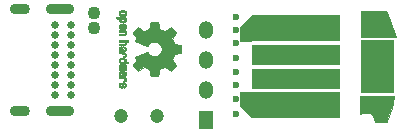
<source format=gts>
G04 #@! TF.GenerationSoftware,KiCad,Pcbnew,(5.1.6)-1*
G04 #@! TF.CreationDate,2020-12-05T12:50:13+08:00*
G04 #@! TF.ProjectId,qomu-board,716f6d75-2d62-46f6-9172-642e6b696361,rev?*
G04 #@! TF.SameCoordinates,Original*
G04 #@! TF.FileFunction,Soldermask,Top*
G04 #@! TF.FilePolarity,Negative*
%FSLAX46Y46*%
G04 Gerber Fmt 4.6, Leading zero omitted, Abs format (unit mm)*
G04 Created by KiCad (PCBNEW (5.1.6)-1) date 2020-12-05 12:50:13*
%MOMM*%
%LPD*%
G01*
G04 APERTURE LIST*
%ADD10C,0.100000*%
%ADD11C,0.010000*%
%ADD12R,1.250000X1.500000*%
%ADD13O,1.250000X1.500000*%
%ADD14O,1.700000X0.900000*%
%ADD15O,2.400000X0.900000*%
%ADD16C,0.650000*%
%ADD17C,0.600000*%
%ADD18C,1.100000*%
%ADD19C,1.200000*%
%ADD20R,7.500002X2.250002*%
%ADD21R,7.500002X1.750002*%
%ADD22R,1.000002X1.000002*%
G04 APERTURE END LIST*
D10*
G36*
X45298000Y-18186000D02*
G01*
X46000000Y-20336000D01*
X43048000Y-20336000D01*
X43048000Y-18136000D01*
X45198000Y-18136000D01*
X45298000Y-18186000D01*
G37*
X45298000Y-18186000D02*
X46000000Y-20336000D01*
X43048000Y-20336000D01*
X43048000Y-18136000D01*
X45198000Y-18136000D01*
X45298000Y-18186000D01*
G36*
X45648000Y-26386000D02*
G01*
X45298000Y-27486000D01*
X45248000Y-27536000D01*
X44248000Y-27536000D01*
X44198000Y-27186000D01*
X43998000Y-26936000D01*
X43798000Y-26786000D01*
X43648000Y-26736000D01*
X43448000Y-26736000D01*
X43148000Y-26786000D01*
X42948000Y-26886000D01*
X42948000Y-25336000D01*
X45850000Y-25336000D01*
X45648000Y-26386000D01*
G37*
X45648000Y-26386000D02*
X45298000Y-27486000D01*
X45248000Y-27536000D01*
X44248000Y-27536000D01*
X44198000Y-27186000D01*
X43998000Y-26936000D01*
X43798000Y-26786000D01*
X43648000Y-26736000D01*
X43448000Y-26736000D01*
X43148000Y-26786000D01*
X42948000Y-26886000D01*
X42948000Y-25336000D01*
X45850000Y-25336000D01*
X45648000Y-26386000D01*
G36*
X45798000Y-21536000D02*
G01*
X45798000Y-24136000D01*
X45750000Y-25040000D01*
X44255500Y-25036000D01*
X43048000Y-25036000D01*
X43055500Y-20586000D01*
X45800000Y-20586000D01*
X45798000Y-21536000D01*
G37*
X45798000Y-21536000D02*
X45798000Y-24136000D01*
X45750000Y-25040000D01*
X44255500Y-25036000D01*
X43048000Y-25036000D01*
X43055500Y-20586000D01*
X45800000Y-20586000D01*
X45798000Y-21536000D01*
D11*
G36*
X23034642Y-22550117D02*
G01*
X22926163Y-22549933D01*
X22842713Y-22549219D01*
X22780296Y-22547675D01*
X22734915Y-22545001D01*
X22702571Y-22540894D01*
X22679267Y-22535055D01*
X22661005Y-22527182D01*
X22650582Y-22521221D01*
X22594055Y-22471855D01*
X22558623Y-22409264D01*
X22545910Y-22340013D01*
X22557537Y-22270668D01*
X22578432Y-22229375D01*
X22614578Y-22186025D01*
X22658724Y-22156481D01*
X22716538Y-22138655D01*
X22793687Y-22130463D01*
X22850286Y-22129302D01*
X22854353Y-22129458D01*
X22854353Y-22230857D01*
X22789450Y-22231476D01*
X22746486Y-22234314D01*
X22718378Y-22240840D01*
X22698047Y-22252523D01*
X22682712Y-22266483D01*
X22653110Y-22313365D01*
X22650581Y-22363701D01*
X22675295Y-22411276D01*
X22678644Y-22414979D01*
X22696065Y-22430783D01*
X22716791Y-22440693D01*
X22747638Y-22446058D01*
X22795423Y-22448228D01*
X22848252Y-22448571D01*
X22914619Y-22447827D01*
X22958894Y-22444748D01*
X22987991Y-22438061D01*
X23008827Y-22426496D01*
X23019893Y-22417013D01*
X23047802Y-22372960D01*
X23051157Y-22322224D01*
X23029841Y-22273796D01*
X23021927Y-22264450D01*
X23004353Y-22248540D01*
X22983413Y-22238610D01*
X22952218Y-22233278D01*
X22903878Y-22231163D01*
X22854353Y-22230857D01*
X22854353Y-22129458D01*
X22941432Y-22132810D01*
X23009914Y-22144726D01*
X23061400Y-22167135D01*
X23101557Y-22202124D01*
X23122139Y-22229375D01*
X23144375Y-22278907D01*
X23154696Y-22336316D01*
X23151933Y-22389682D01*
X23140788Y-22419543D01*
X23137617Y-22431261D01*
X23149443Y-22439037D01*
X23181134Y-22444465D01*
X23229407Y-22448571D01*
X23283171Y-22453067D01*
X23315518Y-22459313D01*
X23334015Y-22470676D01*
X23346230Y-22490528D01*
X23351638Y-22503000D01*
X23371399Y-22550171D01*
X23034642Y-22550117D01*
G37*
X23034642Y-22550117D02*
X22926163Y-22549933D01*
X22842713Y-22549219D01*
X22780296Y-22547675D01*
X22734915Y-22545001D01*
X22702571Y-22540894D01*
X22679267Y-22535055D01*
X22661005Y-22527182D01*
X22650582Y-22521221D01*
X22594055Y-22471855D01*
X22558623Y-22409264D01*
X22545910Y-22340013D01*
X22557537Y-22270668D01*
X22578432Y-22229375D01*
X22614578Y-22186025D01*
X22658724Y-22156481D01*
X22716538Y-22138655D01*
X22793687Y-22130463D01*
X22850286Y-22129302D01*
X22854353Y-22129458D01*
X22854353Y-22230857D01*
X22789450Y-22231476D01*
X22746486Y-22234314D01*
X22718378Y-22240840D01*
X22698047Y-22252523D01*
X22682712Y-22266483D01*
X22653110Y-22313365D01*
X22650581Y-22363701D01*
X22675295Y-22411276D01*
X22678644Y-22414979D01*
X22696065Y-22430783D01*
X22716791Y-22440693D01*
X22747638Y-22446058D01*
X22795423Y-22448228D01*
X22848252Y-22448571D01*
X22914619Y-22447827D01*
X22958894Y-22444748D01*
X22987991Y-22438061D01*
X23008827Y-22426496D01*
X23019893Y-22417013D01*
X23047802Y-22372960D01*
X23051157Y-22322224D01*
X23029841Y-22273796D01*
X23021927Y-22264450D01*
X23004353Y-22248540D01*
X22983413Y-22238610D01*
X22952218Y-22233278D01*
X22903878Y-22231163D01*
X22854353Y-22230857D01*
X22854353Y-22129458D01*
X22941432Y-22132810D01*
X23009914Y-22144726D01*
X23061400Y-22167135D01*
X23101557Y-22202124D01*
X23122139Y-22229375D01*
X23144375Y-22278907D01*
X23154696Y-22336316D01*
X23151933Y-22389682D01*
X23140788Y-22419543D01*
X23137617Y-22431261D01*
X23149443Y-22439037D01*
X23181134Y-22444465D01*
X23229407Y-22448571D01*
X23283171Y-22453067D01*
X23315518Y-22459313D01*
X23334015Y-22470676D01*
X23346230Y-22490528D01*
X23351638Y-22503000D01*
X23371399Y-22550171D01*
X23034642Y-22550117D01*
G36*
X23172220Y-20076093D02*
G01*
X23145277Y-20122672D01*
X23118534Y-20155057D01*
X23090516Y-20178742D01*
X23056252Y-20195059D01*
X23010773Y-20205339D01*
X22949108Y-20210914D01*
X22866289Y-20213116D01*
X22806754Y-20213371D01*
X22587609Y-20213371D01*
X22559956Y-20151686D01*
X22532303Y-20090000D01*
X22772330Y-20082743D01*
X22861972Y-20079744D01*
X22927038Y-20076598D01*
X22971974Y-20072701D01*
X23001230Y-20067447D01*
X23019252Y-20060231D01*
X23030489Y-20050450D01*
X23032921Y-20047312D01*
X23051917Y-19999761D01*
X23044400Y-19951697D01*
X23024457Y-19923086D01*
X23010325Y-19911447D01*
X22991780Y-19903391D01*
X22963666Y-19898271D01*
X22920827Y-19895441D01*
X22858105Y-19894256D01*
X22792739Y-19894057D01*
X22710732Y-19894018D01*
X22652684Y-19892614D01*
X22613535Y-19887914D01*
X22588220Y-19877987D01*
X22571677Y-19860903D01*
X22558844Y-19834732D01*
X22545509Y-19799775D01*
X22530993Y-19761596D01*
X22788611Y-19766141D01*
X22881481Y-19767971D01*
X22950111Y-19770112D01*
X22999289Y-19773181D01*
X23033802Y-19777794D01*
X23058438Y-19784568D01*
X23077984Y-19794119D01*
X23095230Y-19805634D01*
X23150320Y-19861190D01*
X23182178Y-19928980D01*
X23189809Y-20002713D01*
X23172220Y-20076093D01*
G37*
X23172220Y-20076093D02*
X23145277Y-20122672D01*
X23118534Y-20155057D01*
X23090516Y-20178742D01*
X23056252Y-20195059D01*
X23010773Y-20205339D01*
X22949108Y-20210914D01*
X22866289Y-20213116D01*
X22806754Y-20213371D01*
X22587609Y-20213371D01*
X22559956Y-20151686D01*
X22532303Y-20090000D01*
X22772330Y-20082743D01*
X22861972Y-20079744D01*
X22927038Y-20076598D01*
X22971974Y-20072701D01*
X23001230Y-20067447D01*
X23019252Y-20060231D01*
X23030489Y-20050450D01*
X23032921Y-20047312D01*
X23051917Y-19999761D01*
X23044400Y-19951697D01*
X23024457Y-19923086D01*
X23010325Y-19911447D01*
X22991780Y-19903391D01*
X22963666Y-19898271D01*
X22920827Y-19895441D01*
X22858105Y-19894256D01*
X22792739Y-19894057D01*
X22710732Y-19894018D01*
X22652684Y-19892614D01*
X22613535Y-19887914D01*
X22588220Y-19877987D01*
X22571677Y-19860903D01*
X22558844Y-19834732D01*
X22545509Y-19799775D01*
X22530993Y-19761596D01*
X22788611Y-19766141D01*
X22881481Y-19767971D01*
X22950111Y-19770112D01*
X22999289Y-19773181D01*
X23033802Y-19777794D01*
X23058438Y-19784568D01*
X23077984Y-19794119D01*
X23095230Y-19805634D01*
X23150320Y-19861190D01*
X23182178Y-19928980D01*
X23189809Y-20002713D01*
X23172220Y-20076093D01*
G36*
X27857652Y-21463910D02*
G01*
X27857222Y-21542454D01*
X27856058Y-21599298D01*
X27853793Y-21638105D01*
X27850060Y-21662538D01*
X27844494Y-21676262D01*
X27836727Y-21682940D01*
X27826395Y-21686236D01*
X27825057Y-21686556D01*
X27800921Y-21691562D01*
X27753299Y-21700829D01*
X27687259Y-21713392D01*
X27607872Y-21728287D01*
X27520204Y-21744551D01*
X27517125Y-21745119D01*
X27431211Y-21761410D01*
X27355304Y-21776652D01*
X27293955Y-21789861D01*
X27251718Y-21800054D01*
X27233145Y-21806248D01*
X27232816Y-21806543D01*
X27223747Y-21824788D01*
X27208633Y-21862405D01*
X27190738Y-21911271D01*
X27190642Y-21911543D01*
X27167507Y-21973093D01*
X27138035Y-22045657D01*
X27108403Y-22114057D01*
X27106938Y-22117294D01*
X27056374Y-22228702D01*
X27224840Y-22475399D01*
X27276197Y-22551077D01*
X27322111Y-22619631D01*
X27359970Y-22677088D01*
X27387163Y-22719476D01*
X27401079Y-22742825D01*
X27402111Y-22745042D01*
X27397516Y-22762010D01*
X27375345Y-22793701D01*
X27334553Y-22841352D01*
X27274095Y-22906198D01*
X27209773Y-22972397D01*
X27146388Y-23036214D01*
X27088549Y-23093329D01*
X27039825Y-23140305D01*
X27003790Y-23173703D01*
X26984016Y-23190085D01*
X26982998Y-23190694D01*
X26969428Y-23192505D01*
X26947267Y-23185683D01*
X26913522Y-23168540D01*
X26865200Y-23139393D01*
X26799308Y-23096555D01*
X26714483Y-23039448D01*
X26639823Y-22988766D01*
X26572860Y-22943461D01*
X26517484Y-22906150D01*
X26477580Y-22879452D01*
X26457038Y-22865985D01*
X26455644Y-22865137D01*
X26435962Y-22866781D01*
X26397707Y-22879245D01*
X26348111Y-22900048D01*
X26332272Y-22907462D01*
X26261710Y-22939814D01*
X26181647Y-22974328D01*
X26112371Y-23002365D01*
X26060955Y-23022568D01*
X26021881Y-23038615D01*
X26001459Y-23047888D01*
X25999886Y-23049041D01*
X25997279Y-23066096D01*
X25990137Y-23106298D01*
X25979477Y-23164302D01*
X25966315Y-23234763D01*
X25951667Y-23312335D01*
X25936551Y-23391672D01*
X25921982Y-23467431D01*
X25908978Y-23534264D01*
X25898555Y-23586828D01*
X25891730Y-23619776D01*
X25889801Y-23627857D01*
X25885038Y-23636205D01*
X25874282Y-23642506D01*
X25853902Y-23647045D01*
X25820266Y-23650104D01*
X25769745Y-23651967D01*
X25698708Y-23652918D01*
X25603524Y-23653240D01*
X25564508Y-23653257D01*
X25247201Y-23653257D01*
X25232161Y-23577057D01*
X25224005Y-23534663D01*
X25212101Y-23471400D01*
X25197884Y-23394962D01*
X25182790Y-23313043D01*
X25178645Y-23290400D01*
X25163947Y-23214806D01*
X25149495Y-23148953D01*
X25136625Y-23098366D01*
X25126678Y-23068574D01*
X25123713Y-23063612D01*
X25102717Y-23051426D01*
X25062033Y-23033953D01*
X25009678Y-23014577D01*
X24998400Y-23010734D01*
X24928477Y-22985339D01*
X24849582Y-22953817D01*
X24778734Y-22922969D01*
X24778405Y-22922817D01*
X24667267Y-22871447D01*
X24418747Y-23040399D01*
X24170228Y-23209352D01*
X23952942Y-22992429D01*
X23888274Y-22926819D01*
X23831267Y-22866979D01*
X23784967Y-22816267D01*
X23752416Y-22778046D01*
X23736657Y-22755675D01*
X23735657Y-22752466D01*
X23743531Y-22733626D01*
X23765422Y-22695180D01*
X23798733Y-22641330D01*
X23840869Y-22576276D01*
X23888057Y-22505940D01*
X23936190Y-22434555D01*
X23978072Y-22370908D01*
X24011129Y-22319041D01*
X24032782Y-22282995D01*
X24040457Y-22266867D01*
X24033963Y-22247189D01*
X24016850Y-22209875D01*
X23992674Y-22162621D01*
X23989987Y-22157612D01*
X23958073Y-22093977D01*
X23942421Y-22050341D01*
X23942255Y-22023202D01*
X23956796Y-22009057D01*
X23957000Y-22008975D01*
X23974221Y-22001905D01*
X24015101Y-21985042D01*
X24076475Y-21959695D01*
X24155181Y-21927171D01*
X24248053Y-21888778D01*
X24351928Y-21845822D01*
X24452498Y-21804222D01*
X24563484Y-21758504D01*
X24666297Y-21716526D01*
X24757785Y-21679548D01*
X24834799Y-21648827D01*
X24894185Y-21625622D01*
X24932791Y-21611190D01*
X24947200Y-21606743D01*
X24963728Y-21617896D01*
X24990070Y-21647069D01*
X25019113Y-21685971D01*
X25110961Y-21796757D01*
X25216241Y-21883351D01*
X25332734Y-21944716D01*
X25458224Y-21979815D01*
X25590493Y-21987608D01*
X25651543Y-21981943D01*
X25778205Y-21951078D01*
X25890059Y-21897920D01*
X25985999Y-21825767D01*
X26064924Y-21737917D01*
X26125730Y-21637665D01*
X26167313Y-21528310D01*
X26188572Y-21413147D01*
X26188401Y-21295475D01*
X26165699Y-21178590D01*
X26119362Y-21065789D01*
X26048287Y-20960369D01*
X26008089Y-20916368D01*
X25904871Y-20831979D01*
X25792075Y-20773222D01*
X25672990Y-20739704D01*
X25550905Y-20731035D01*
X25429107Y-20746823D01*
X25310884Y-20786678D01*
X25199525Y-20850207D01*
X25098316Y-20937021D01*
X25019113Y-21034029D01*
X24988838Y-21074437D01*
X24962781Y-21102982D01*
X24947175Y-21113257D01*
X24930157Y-21107877D01*
X24889500Y-21092575D01*
X24828358Y-21068612D01*
X24749881Y-21037244D01*
X24657220Y-20999732D01*
X24553528Y-20957333D01*
X24452474Y-20915663D01*
X24341393Y-20869690D01*
X24238459Y-20827107D01*
X24146835Y-20789221D01*
X24069684Y-20757340D01*
X24010169Y-20732771D01*
X23971456Y-20716820D01*
X23957000Y-20710910D01*
X23942315Y-20696948D01*
X23942358Y-20669940D01*
X23957901Y-20626413D01*
X23989716Y-20562890D01*
X23989987Y-20562388D01*
X24014677Y-20514560D01*
X24032662Y-20475897D01*
X24040386Y-20454095D01*
X24040457Y-20453133D01*
X24032622Y-20436721D01*
X24010835Y-20400487D01*
X23977672Y-20348474D01*
X23935709Y-20284725D01*
X23888057Y-20214060D01*
X23839809Y-20142116D01*
X23797849Y-20077274D01*
X23764773Y-20023735D01*
X23743179Y-19985697D01*
X23735657Y-19967533D01*
X23745543Y-19950808D01*
X23773174Y-19917180D01*
X23815505Y-19870010D01*
X23869495Y-19812658D01*
X23932101Y-19748484D01*
X23953017Y-19727497D01*
X24170377Y-19510499D01*
X24412780Y-19675668D01*
X24487219Y-19725864D01*
X24554028Y-19769919D01*
X24609335Y-19805362D01*
X24649271Y-19829719D01*
X24669964Y-19840522D01*
X24671437Y-19840838D01*
X24690942Y-19835143D01*
X24730178Y-19819826D01*
X24782570Y-19797537D01*
X24817645Y-19781893D01*
X24884799Y-19752641D01*
X24952642Y-19725094D01*
X25009966Y-19703737D01*
X25027428Y-19697935D01*
X25074062Y-19681452D01*
X25110095Y-19665340D01*
X25123713Y-19656490D01*
X25132048Y-19636960D01*
X25143863Y-19594334D01*
X25157819Y-19534145D01*
X25172578Y-19461922D01*
X25178645Y-19429600D01*
X25193727Y-19347522D01*
X25208331Y-19268795D01*
X25221020Y-19201109D01*
X25230358Y-19152160D01*
X25232161Y-19142943D01*
X25247201Y-19066743D01*
X25564508Y-19066743D01*
X25668846Y-19066914D01*
X25747787Y-19067616D01*
X25804962Y-19069134D01*
X25844001Y-19071749D01*
X25868535Y-19075746D01*
X25882195Y-19081409D01*
X25888611Y-19089020D01*
X25889801Y-19092143D01*
X25894020Y-19110978D01*
X25902438Y-19152588D01*
X25914039Y-19211630D01*
X25927805Y-19282757D01*
X25942720Y-19360625D01*
X25957768Y-19439887D01*
X25971931Y-19515198D01*
X25984194Y-19581213D01*
X25993539Y-19632587D01*
X25998950Y-19663975D01*
X25999886Y-19670959D01*
X26012404Y-19677285D01*
X26045754Y-19691290D01*
X26093623Y-19710355D01*
X26112371Y-19717634D01*
X26184805Y-19746996D01*
X26264830Y-19781571D01*
X26332272Y-19812537D01*
X26383841Y-19835323D01*
X26426215Y-19850482D01*
X26452166Y-19855542D01*
X26455644Y-19854736D01*
X26472064Y-19844041D01*
X26508583Y-19819620D01*
X26561313Y-19784095D01*
X26626365Y-19740087D01*
X26699849Y-19690217D01*
X26714355Y-19680356D01*
X26800296Y-19622492D01*
X26865739Y-19579956D01*
X26913696Y-19551054D01*
X26947180Y-19534090D01*
X26969205Y-19527367D01*
X26982783Y-19529190D01*
X26982869Y-19529236D01*
X27000703Y-19543586D01*
X27035183Y-19575323D01*
X27082732Y-19621010D01*
X27139778Y-19677204D01*
X27202745Y-19740468D01*
X27209773Y-19747602D01*
X27286980Y-19827330D01*
X27343670Y-19888857D01*
X27380890Y-19933421D01*
X27399685Y-19962257D01*
X27402111Y-19974958D01*
X27391529Y-19993494D01*
X27367084Y-20031961D01*
X27331388Y-20086386D01*
X27287053Y-20152798D01*
X27236689Y-20227225D01*
X27224840Y-20244601D01*
X27056374Y-20491297D01*
X27106938Y-20602706D01*
X27136405Y-20670457D01*
X27166041Y-20743183D01*
X27189670Y-20805703D01*
X27190642Y-20808457D01*
X27208543Y-20857360D01*
X27223680Y-20895057D01*
X27232790Y-20913425D01*
X27232816Y-20913456D01*
X27249283Y-20919285D01*
X27289781Y-20929192D01*
X27349758Y-20942195D01*
X27424660Y-20957309D01*
X27509936Y-20973552D01*
X27517125Y-20974881D01*
X27604986Y-20991175D01*
X27684740Y-21006133D01*
X27751319Y-21018791D01*
X27799653Y-21028186D01*
X27824675Y-21033354D01*
X27825057Y-21033444D01*
X27835701Y-21036589D01*
X27843738Y-21042704D01*
X27849533Y-21055453D01*
X27853453Y-21078500D01*
X27855865Y-21115509D01*
X27857135Y-21170144D01*
X27857629Y-21246067D01*
X27857714Y-21346944D01*
X27857714Y-21360000D01*
X27857652Y-21463910D01*
G37*
X27857652Y-21463910D02*
X27857222Y-21542454D01*
X27856058Y-21599298D01*
X27853793Y-21638105D01*
X27850060Y-21662538D01*
X27844494Y-21676262D01*
X27836727Y-21682940D01*
X27826395Y-21686236D01*
X27825057Y-21686556D01*
X27800921Y-21691562D01*
X27753299Y-21700829D01*
X27687259Y-21713392D01*
X27607872Y-21728287D01*
X27520204Y-21744551D01*
X27517125Y-21745119D01*
X27431211Y-21761410D01*
X27355304Y-21776652D01*
X27293955Y-21789861D01*
X27251718Y-21800054D01*
X27233145Y-21806248D01*
X27232816Y-21806543D01*
X27223747Y-21824788D01*
X27208633Y-21862405D01*
X27190738Y-21911271D01*
X27190642Y-21911543D01*
X27167507Y-21973093D01*
X27138035Y-22045657D01*
X27108403Y-22114057D01*
X27106938Y-22117294D01*
X27056374Y-22228702D01*
X27224840Y-22475399D01*
X27276197Y-22551077D01*
X27322111Y-22619631D01*
X27359970Y-22677088D01*
X27387163Y-22719476D01*
X27401079Y-22742825D01*
X27402111Y-22745042D01*
X27397516Y-22762010D01*
X27375345Y-22793701D01*
X27334553Y-22841352D01*
X27274095Y-22906198D01*
X27209773Y-22972397D01*
X27146388Y-23036214D01*
X27088549Y-23093329D01*
X27039825Y-23140305D01*
X27003790Y-23173703D01*
X26984016Y-23190085D01*
X26982998Y-23190694D01*
X26969428Y-23192505D01*
X26947267Y-23185683D01*
X26913522Y-23168540D01*
X26865200Y-23139393D01*
X26799308Y-23096555D01*
X26714483Y-23039448D01*
X26639823Y-22988766D01*
X26572860Y-22943461D01*
X26517484Y-22906150D01*
X26477580Y-22879452D01*
X26457038Y-22865985D01*
X26455644Y-22865137D01*
X26435962Y-22866781D01*
X26397707Y-22879245D01*
X26348111Y-22900048D01*
X26332272Y-22907462D01*
X26261710Y-22939814D01*
X26181647Y-22974328D01*
X26112371Y-23002365D01*
X26060955Y-23022568D01*
X26021881Y-23038615D01*
X26001459Y-23047888D01*
X25999886Y-23049041D01*
X25997279Y-23066096D01*
X25990137Y-23106298D01*
X25979477Y-23164302D01*
X25966315Y-23234763D01*
X25951667Y-23312335D01*
X25936551Y-23391672D01*
X25921982Y-23467431D01*
X25908978Y-23534264D01*
X25898555Y-23586828D01*
X25891730Y-23619776D01*
X25889801Y-23627857D01*
X25885038Y-23636205D01*
X25874282Y-23642506D01*
X25853902Y-23647045D01*
X25820266Y-23650104D01*
X25769745Y-23651967D01*
X25698708Y-23652918D01*
X25603524Y-23653240D01*
X25564508Y-23653257D01*
X25247201Y-23653257D01*
X25232161Y-23577057D01*
X25224005Y-23534663D01*
X25212101Y-23471400D01*
X25197884Y-23394962D01*
X25182790Y-23313043D01*
X25178645Y-23290400D01*
X25163947Y-23214806D01*
X25149495Y-23148953D01*
X25136625Y-23098366D01*
X25126678Y-23068574D01*
X25123713Y-23063612D01*
X25102717Y-23051426D01*
X25062033Y-23033953D01*
X25009678Y-23014577D01*
X24998400Y-23010734D01*
X24928477Y-22985339D01*
X24849582Y-22953817D01*
X24778734Y-22922969D01*
X24778405Y-22922817D01*
X24667267Y-22871447D01*
X24418747Y-23040399D01*
X24170228Y-23209352D01*
X23952942Y-22992429D01*
X23888274Y-22926819D01*
X23831267Y-22866979D01*
X23784967Y-22816267D01*
X23752416Y-22778046D01*
X23736657Y-22755675D01*
X23735657Y-22752466D01*
X23743531Y-22733626D01*
X23765422Y-22695180D01*
X23798733Y-22641330D01*
X23840869Y-22576276D01*
X23888057Y-22505940D01*
X23936190Y-22434555D01*
X23978072Y-22370908D01*
X24011129Y-22319041D01*
X24032782Y-22282995D01*
X24040457Y-22266867D01*
X24033963Y-22247189D01*
X24016850Y-22209875D01*
X23992674Y-22162621D01*
X23989987Y-22157612D01*
X23958073Y-22093977D01*
X23942421Y-22050341D01*
X23942255Y-22023202D01*
X23956796Y-22009057D01*
X23957000Y-22008975D01*
X23974221Y-22001905D01*
X24015101Y-21985042D01*
X24076475Y-21959695D01*
X24155181Y-21927171D01*
X24248053Y-21888778D01*
X24351928Y-21845822D01*
X24452498Y-21804222D01*
X24563484Y-21758504D01*
X24666297Y-21716526D01*
X24757785Y-21679548D01*
X24834799Y-21648827D01*
X24894185Y-21625622D01*
X24932791Y-21611190D01*
X24947200Y-21606743D01*
X24963728Y-21617896D01*
X24990070Y-21647069D01*
X25019113Y-21685971D01*
X25110961Y-21796757D01*
X25216241Y-21883351D01*
X25332734Y-21944716D01*
X25458224Y-21979815D01*
X25590493Y-21987608D01*
X25651543Y-21981943D01*
X25778205Y-21951078D01*
X25890059Y-21897920D01*
X25985999Y-21825767D01*
X26064924Y-21737917D01*
X26125730Y-21637665D01*
X26167313Y-21528310D01*
X26188572Y-21413147D01*
X26188401Y-21295475D01*
X26165699Y-21178590D01*
X26119362Y-21065789D01*
X26048287Y-20960369D01*
X26008089Y-20916368D01*
X25904871Y-20831979D01*
X25792075Y-20773222D01*
X25672990Y-20739704D01*
X25550905Y-20731035D01*
X25429107Y-20746823D01*
X25310884Y-20786678D01*
X25199525Y-20850207D01*
X25098316Y-20937021D01*
X25019113Y-21034029D01*
X24988838Y-21074437D01*
X24962781Y-21102982D01*
X24947175Y-21113257D01*
X24930157Y-21107877D01*
X24889500Y-21092575D01*
X24828358Y-21068612D01*
X24749881Y-21037244D01*
X24657220Y-20999732D01*
X24553528Y-20957333D01*
X24452474Y-20915663D01*
X24341393Y-20869690D01*
X24238459Y-20827107D01*
X24146835Y-20789221D01*
X24069684Y-20757340D01*
X24010169Y-20732771D01*
X23971456Y-20716820D01*
X23957000Y-20710910D01*
X23942315Y-20696948D01*
X23942358Y-20669940D01*
X23957901Y-20626413D01*
X23989716Y-20562890D01*
X23989987Y-20562388D01*
X24014677Y-20514560D01*
X24032662Y-20475897D01*
X24040386Y-20454095D01*
X24040457Y-20453133D01*
X24032622Y-20436721D01*
X24010835Y-20400487D01*
X23977672Y-20348474D01*
X23935709Y-20284725D01*
X23888057Y-20214060D01*
X23839809Y-20142116D01*
X23797849Y-20077274D01*
X23764773Y-20023735D01*
X23743179Y-19985697D01*
X23735657Y-19967533D01*
X23745543Y-19950808D01*
X23773174Y-19917180D01*
X23815505Y-19870010D01*
X23869495Y-19812658D01*
X23932101Y-19748484D01*
X23953017Y-19727497D01*
X24170377Y-19510499D01*
X24412780Y-19675668D01*
X24487219Y-19725864D01*
X24554028Y-19769919D01*
X24609335Y-19805362D01*
X24649271Y-19829719D01*
X24669964Y-19840522D01*
X24671437Y-19840838D01*
X24690942Y-19835143D01*
X24730178Y-19819826D01*
X24782570Y-19797537D01*
X24817645Y-19781893D01*
X24884799Y-19752641D01*
X24952642Y-19725094D01*
X25009966Y-19703737D01*
X25027428Y-19697935D01*
X25074062Y-19681452D01*
X25110095Y-19665340D01*
X25123713Y-19656490D01*
X25132048Y-19636960D01*
X25143863Y-19594334D01*
X25157819Y-19534145D01*
X25172578Y-19461922D01*
X25178645Y-19429600D01*
X25193727Y-19347522D01*
X25208331Y-19268795D01*
X25221020Y-19201109D01*
X25230358Y-19152160D01*
X25232161Y-19142943D01*
X25247201Y-19066743D01*
X25564508Y-19066743D01*
X25668846Y-19066914D01*
X25747787Y-19067616D01*
X25804962Y-19069134D01*
X25844001Y-19071749D01*
X25868535Y-19075746D01*
X25882195Y-19081409D01*
X25888611Y-19089020D01*
X25889801Y-19092143D01*
X25894020Y-19110978D01*
X25902438Y-19152588D01*
X25914039Y-19211630D01*
X25927805Y-19282757D01*
X25942720Y-19360625D01*
X25957768Y-19439887D01*
X25971931Y-19515198D01*
X25984194Y-19581213D01*
X25993539Y-19632587D01*
X25998950Y-19663975D01*
X25999886Y-19670959D01*
X26012404Y-19677285D01*
X26045754Y-19691290D01*
X26093623Y-19710355D01*
X26112371Y-19717634D01*
X26184805Y-19746996D01*
X26264830Y-19781571D01*
X26332272Y-19812537D01*
X26383841Y-19835323D01*
X26426215Y-19850482D01*
X26452166Y-19855542D01*
X26455644Y-19854736D01*
X26472064Y-19844041D01*
X26508583Y-19819620D01*
X26561313Y-19784095D01*
X26626365Y-19740087D01*
X26699849Y-19690217D01*
X26714355Y-19680356D01*
X26800296Y-19622492D01*
X26865739Y-19579956D01*
X26913696Y-19551054D01*
X26947180Y-19534090D01*
X26969205Y-19527367D01*
X26982783Y-19529190D01*
X26982869Y-19529236D01*
X27000703Y-19543586D01*
X27035183Y-19575323D01*
X27082732Y-19621010D01*
X27139778Y-19677204D01*
X27202745Y-19740468D01*
X27209773Y-19747602D01*
X27286980Y-19827330D01*
X27343670Y-19888857D01*
X27380890Y-19933421D01*
X27399685Y-19962257D01*
X27402111Y-19974958D01*
X27391529Y-19993494D01*
X27367084Y-20031961D01*
X27331388Y-20086386D01*
X27287053Y-20152798D01*
X27236689Y-20227225D01*
X27224840Y-20244601D01*
X27056374Y-20491297D01*
X27106938Y-20602706D01*
X27136405Y-20670457D01*
X27166041Y-20743183D01*
X27189670Y-20805703D01*
X27190642Y-20808457D01*
X27208543Y-20857360D01*
X27223680Y-20895057D01*
X27232790Y-20913425D01*
X27232816Y-20913456D01*
X27249283Y-20919285D01*
X27289781Y-20929192D01*
X27349758Y-20942195D01*
X27424660Y-20957309D01*
X27509936Y-20973552D01*
X27517125Y-20974881D01*
X27604986Y-20991175D01*
X27684740Y-21006133D01*
X27751319Y-21018791D01*
X27799653Y-21028186D01*
X27824675Y-21033354D01*
X27825057Y-21033444D01*
X27835701Y-21036589D01*
X27843738Y-21042704D01*
X27849533Y-21055453D01*
X27853453Y-21078500D01*
X27855865Y-21115509D01*
X27857135Y-21170144D01*
X27857629Y-21246067D01*
X27857714Y-21346944D01*
X27857714Y-21360000D01*
X27857652Y-21463910D01*
G36*
X23180082Y-18959744D02*
G01*
X23152432Y-19015201D01*
X23101520Y-19064148D01*
X23082662Y-19077629D01*
X23057985Y-19092314D01*
X23031184Y-19101842D01*
X22995413Y-19107293D01*
X22943831Y-19109747D01*
X22875733Y-19110286D01*
X22782412Y-19107852D01*
X22712343Y-19099394D01*
X22660069Y-19083174D01*
X22620131Y-19057454D01*
X22587071Y-19020497D01*
X22585114Y-19017782D01*
X22565092Y-18981360D01*
X22555185Y-18937502D01*
X22552743Y-18881724D01*
X22552743Y-18791048D01*
X22464717Y-18791010D01*
X22415692Y-18790166D01*
X22386935Y-18785024D01*
X22369689Y-18771587D01*
X22355192Y-18745858D01*
X22352231Y-18739679D01*
X22338352Y-18710764D01*
X22329586Y-18688376D01*
X22328829Y-18671729D01*
X22338977Y-18660036D01*
X22362927Y-18652510D01*
X22403574Y-18648366D01*
X22463814Y-18646815D01*
X22546545Y-18647071D01*
X22654661Y-18648349D01*
X22687000Y-18648748D01*
X22798476Y-18650185D01*
X22871397Y-18651472D01*
X22871397Y-18790971D01*
X22809501Y-18791755D01*
X22769003Y-18795240D01*
X22742292Y-18803124D01*
X22721756Y-18817105D01*
X22711740Y-18826597D01*
X22682433Y-18865404D01*
X22680048Y-18899763D01*
X22704250Y-18935216D01*
X22705143Y-18936114D01*
X22723847Y-18950539D01*
X22749268Y-18959313D01*
X22788416Y-18963739D01*
X22848303Y-18965118D01*
X22861570Y-18965143D01*
X22944099Y-18961812D01*
X23001309Y-18950969D01*
X23036234Y-18931340D01*
X23051906Y-18901650D01*
X23053486Y-18884491D01*
X23046074Y-18843766D01*
X23021670Y-18815832D01*
X22977020Y-18799017D01*
X22908870Y-18791650D01*
X22871397Y-18790971D01*
X22871397Y-18651472D01*
X22884755Y-18651708D01*
X22949667Y-18653677D01*
X22997042Y-18656450D01*
X23030710Y-18660388D01*
X23054502Y-18665849D01*
X23072247Y-18673192D01*
X23087776Y-18682777D01*
X23093619Y-18686887D01*
X23148815Y-18741405D01*
X23180110Y-18810336D01*
X23188835Y-18890072D01*
X23180082Y-18959744D01*
G37*
X23180082Y-18959744D02*
X23152432Y-19015201D01*
X23101520Y-19064148D01*
X23082662Y-19077629D01*
X23057985Y-19092314D01*
X23031184Y-19101842D01*
X22995413Y-19107293D01*
X22943831Y-19109747D01*
X22875733Y-19110286D01*
X22782412Y-19107852D01*
X22712343Y-19099394D01*
X22660069Y-19083174D01*
X22620131Y-19057454D01*
X22587071Y-19020497D01*
X22585114Y-19017782D01*
X22565092Y-18981360D01*
X22555185Y-18937502D01*
X22552743Y-18881724D01*
X22552743Y-18791048D01*
X22464717Y-18791010D01*
X22415692Y-18790166D01*
X22386935Y-18785024D01*
X22369689Y-18771587D01*
X22355192Y-18745858D01*
X22352231Y-18739679D01*
X22338352Y-18710764D01*
X22329586Y-18688376D01*
X22328829Y-18671729D01*
X22338977Y-18660036D01*
X22362927Y-18652510D01*
X22403574Y-18648366D01*
X22463814Y-18646815D01*
X22546545Y-18647071D01*
X22654661Y-18648349D01*
X22687000Y-18648748D01*
X22798476Y-18650185D01*
X22871397Y-18651472D01*
X22871397Y-18790971D01*
X22809501Y-18791755D01*
X22769003Y-18795240D01*
X22742292Y-18803124D01*
X22721756Y-18817105D01*
X22711740Y-18826597D01*
X22682433Y-18865404D01*
X22680048Y-18899763D01*
X22704250Y-18935216D01*
X22705143Y-18936114D01*
X22723847Y-18950539D01*
X22749268Y-18959313D01*
X22788416Y-18963739D01*
X22848303Y-18965118D01*
X22861570Y-18965143D01*
X22944099Y-18961812D01*
X23001309Y-18950969D01*
X23036234Y-18931340D01*
X23051906Y-18901650D01*
X23053486Y-18884491D01*
X23046074Y-18843766D01*
X23021670Y-18815832D01*
X22977020Y-18799017D01*
X22908870Y-18791650D01*
X22871397Y-18790971D01*
X22871397Y-18651472D01*
X22884755Y-18651708D01*
X22949667Y-18653677D01*
X22997042Y-18656450D01*
X23030710Y-18660388D01*
X23054502Y-18665849D01*
X23072247Y-18673192D01*
X23087776Y-18682777D01*
X23093619Y-18686887D01*
X23148815Y-18741405D01*
X23180110Y-18810336D01*
X23188835Y-18890072D01*
X23180082Y-18959744D01*
G36*
X23133034Y-24513595D02*
G01*
X23095503Y-24571021D01*
X23061904Y-24598719D01*
X23000936Y-24620662D01*
X22952692Y-24622405D01*
X22888184Y-24618457D01*
X22823066Y-24469686D01*
X22789798Y-24397349D01*
X22763036Y-24350084D01*
X22739856Y-24325507D01*
X22717333Y-24321237D01*
X22692545Y-24334889D01*
X22676114Y-24349943D01*
X22649765Y-24393746D01*
X22647919Y-24441389D01*
X22668454Y-24485145D01*
X22709248Y-24517289D01*
X22723653Y-24523038D01*
X22768644Y-24550576D01*
X22787818Y-24582258D01*
X22804221Y-24625714D01*
X22742034Y-24625714D01*
X22699717Y-24621872D01*
X22664031Y-24606823D01*
X22623057Y-24575280D01*
X22617733Y-24570592D01*
X22581280Y-24535506D01*
X22561717Y-24505347D01*
X22552717Y-24467615D01*
X22549770Y-24436335D01*
X22549035Y-24380385D01*
X22558340Y-24340555D01*
X22572154Y-24315708D01*
X22602533Y-24276656D01*
X22635387Y-24249625D01*
X22676706Y-24232517D01*
X22732479Y-24223238D01*
X22808695Y-24219693D01*
X22847378Y-24219410D01*
X22893753Y-24220372D01*
X22893753Y-24308007D01*
X22868874Y-24309023D01*
X22864800Y-24311556D01*
X22870335Y-24328274D01*
X22884983Y-24364249D01*
X22905810Y-24412331D01*
X22910286Y-24422386D01*
X22941186Y-24483152D01*
X22968343Y-24516632D01*
X22993780Y-24523990D01*
X23019519Y-24506391D01*
X23030891Y-24491856D01*
X23053636Y-24439410D01*
X23049878Y-24390322D01*
X23022116Y-24349227D01*
X22972848Y-24320758D01*
X22933743Y-24311631D01*
X22893753Y-24308007D01*
X22893753Y-24220372D01*
X22937751Y-24221285D01*
X23004616Y-24228196D01*
X23053305Y-24241884D01*
X23089151Y-24264096D01*
X23117487Y-24296574D01*
X23126645Y-24310733D01*
X23150493Y-24375053D01*
X23151994Y-24445473D01*
X23133034Y-24513595D01*
G37*
X23133034Y-24513595D02*
X23095503Y-24571021D01*
X23061904Y-24598719D01*
X23000936Y-24620662D01*
X22952692Y-24622405D01*
X22888184Y-24618457D01*
X22823066Y-24469686D01*
X22789798Y-24397349D01*
X22763036Y-24350084D01*
X22739856Y-24325507D01*
X22717333Y-24321237D01*
X22692545Y-24334889D01*
X22676114Y-24349943D01*
X22649765Y-24393746D01*
X22647919Y-24441389D01*
X22668454Y-24485145D01*
X22709248Y-24517289D01*
X22723653Y-24523038D01*
X22768644Y-24550576D01*
X22787818Y-24582258D01*
X22804221Y-24625714D01*
X22742034Y-24625714D01*
X22699717Y-24621872D01*
X22664031Y-24606823D01*
X22623057Y-24575280D01*
X22617733Y-24570592D01*
X22581280Y-24535506D01*
X22561717Y-24505347D01*
X22552717Y-24467615D01*
X22549770Y-24436335D01*
X22549035Y-24380385D01*
X22558340Y-24340555D01*
X22572154Y-24315708D01*
X22602533Y-24276656D01*
X22635387Y-24249625D01*
X22676706Y-24232517D01*
X22732479Y-24223238D01*
X22808695Y-24219693D01*
X22847378Y-24219410D01*
X22893753Y-24220372D01*
X22893753Y-24308007D01*
X22868874Y-24309023D01*
X22864800Y-24311556D01*
X22870335Y-24328274D01*
X22884983Y-24364249D01*
X22905810Y-24412331D01*
X22910286Y-24422386D01*
X22941186Y-24483152D01*
X22968343Y-24516632D01*
X22993780Y-24523990D01*
X23019519Y-24506391D01*
X23030891Y-24491856D01*
X23053636Y-24439410D01*
X23049878Y-24390322D01*
X23022116Y-24349227D01*
X22972848Y-24320758D01*
X22933743Y-24311631D01*
X22893753Y-24308007D01*
X22893753Y-24220372D01*
X22937751Y-24221285D01*
X23004616Y-24228196D01*
X23053305Y-24241884D01*
X23089151Y-24264096D01*
X23117487Y-24296574D01*
X23126645Y-24310733D01*
X23150493Y-24375053D01*
X23151994Y-24445473D01*
X23133034Y-24513595D01*
G36*
X23168761Y-19528303D02*
G01*
X23130265Y-19585527D01*
X23074665Y-19629749D01*
X23003914Y-19656167D01*
X22951838Y-19661510D01*
X22930107Y-19660903D01*
X22913469Y-19655822D01*
X22898563Y-19641855D01*
X22882027Y-19614589D01*
X22860502Y-19569612D01*
X22830626Y-19502511D01*
X22830476Y-19502171D01*
X22802187Y-19440407D01*
X22777067Y-19389759D01*
X22757821Y-19355404D01*
X22747152Y-19342518D01*
X22747066Y-19342514D01*
X22723834Y-19353872D01*
X22698226Y-19380431D01*
X22679779Y-19410923D01*
X22676114Y-19426370D01*
X22688788Y-19468515D01*
X22720529Y-19504808D01*
X22755428Y-19522517D01*
X22781155Y-19539552D01*
X22810454Y-19572922D01*
X22835765Y-19612149D01*
X22849529Y-19646756D01*
X22850286Y-19653993D01*
X22837840Y-19662139D01*
X22806028Y-19662630D01*
X22763134Y-19656643D01*
X22717442Y-19645357D01*
X22677239Y-19629950D01*
X22675678Y-19629171D01*
X22610938Y-19582804D01*
X22566903Y-19522711D01*
X22545289Y-19454465D01*
X22547815Y-19383638D01*
X22576196Y-19315804D01*
X22578192Y-19312788D01*
X22626552Y-19259427D01*
X22689648Y-19224340D01*
X22772613Y-19204922D01*
X22795922Y-19202316D01*
X22905945Y-19197701D01*
X22957252Y-19203233D01*
X22957252Y-19342514D01*
X22925247Y-19344324D01*
X22915907Y-19354222D01*
X22922895Y-19378898D01*
X22939413Y-19417795D01*
X22960119Y-19461275D01*
X22960667Y-19462356D01*
X22980051Y-19499209D01*
X22992987Y-19514000D01*
X23006549Y-19510353D01*
X23024368Y-19494995D01*
X23050155Y-19455923D01*
X23052050Y-19413846D01*
X23033283Y-19376103D01*
X22997085Y-19350034D01*
X22957252Y-19342514D01*
X22957252Y-19203233D01*
X22993973Y-19207194D01*
X23063788Y-19231550D01*
X23112698Y-19265456D01*
X23162122Y-19326653D01*
X23186641Y-19394063D01*
X23188203Y-19462880D01*
X23168761Y-19528303D01*
G37*
X23168761Y-19528303D02*
X23130265Y-19585527D01*
X23074665Y-19629749D01*
X23003914Y-19656167D01*
X22951838Y-19661510D01*
X22930107Y-19660903D01*
X22913469Y-19655822D01*
X22898563Y-19641855D01*
X22882027Y-19614589D01*
X22860502Y-19569612D01*
X22830626Y-19502511D01*
X22830476Y-19502171D01*
X22802187Y-19440407D01*
X22777067Y-19389759D01*
X22757821Y-19355404D01*
X22747152Y-19342518D01*
X22747066Y-19342514D01*
X22723834Y-19353872D01*
X22698226Y-19380431D01*
X22679779Y-19410923D01*
X22676114Y-19426370D01*
X22688788Y-19468515D01*
X22720529Y-19504808D01*
X22755428Y-19522517D01*
X22781155Y-19539552D01*
X22810454Y-19572922D01*
X22835765Y-19612149D01*
X22849529Y-19646756D01*
X22850286Y-19653993D01*
X22837840Y-19662139D01*
X22806028Y-19662630D01*
X22763134Y-19656643D01*
X22717442Y-19645357D01*
X22677239Y-19629950D01*
X22675678Y-19629171D01*
X22610938Y-19582804D01*
X22566903Y-19522711D01*
X22545289Y-19454465D01*
X22547815Y-19383638D01*
X22576196Y-19315804D01*
X22578192Y-19312788D01*
X22626552Y-19259427D01*
X22689648Y-19224340D01*
X22772613Y-19204922D01*
X22795922Y-19202316D01*
X22905945Y-19197701D01*
X22957252Y-19203233D01*
X22957252Y-19342514D01*
X22925247Y-19344324D01*
X22915907Y-19354222D01*
X22922895Y-19378898D01*
X22939413Y-19417795D01*
X22960119Y-19461275D01*
X22960667Y-19462356D01*
X22980051Y-19499209D01*
X22992987Y-19514000D01*
X23006549Y-19510353D01*
X23024368Y-19494995D01*
X23050155Y-19455923D01*
X23052050Y-19413846D01*
X23033283Y-19376103D01*
X22997085Y-19350034D01*
X22957252Y-19342514D01*
X22957252Y-19203233D01*
X22993973Y-19207194D01*
X23063788Y-19231550D01*
X23112698Y-19265456D01*
X23162122Y-19326653D01*
X23186641Y-19394063D01*
X23188203Y-19462880D01*
X23168761Y-19528303D01*
G36*
X23141248Y-24012600D02*
G01*
X23133666Y-24029948D01*
X23100872Y-24071356D01*
X23053453Y-24106765D01*
X23002849Y-24128664D01*
X22977902Y-24132229D01*
X22943073Y-24120279D01*
X22924643Y-24094067D01*
X22913484Y-24065964D01*
X22911428Y-24053095D01*
X22926351Y-24046829D01*
X22958825Y-24034456D01*
X22973498Y-24029028D01*
X23024256Y-23998590D01*
X23049573Y-23954520D01*
X23048794Y-23898010D01*
X23047797Y-23893825D01*
X23033493Y-23863655D01*
X23005607Y-23841476D01*
X22960713Y-23826327D01*
X22895385Y-23817250D01*
X22806196Y-23813286D01*
X22758739Y-23812914D01*
X22683929Y-23812730D01*
X22632931Y-23811522D01*
X22600529Y-23808309D01*
X22581505Y-23802109D01*
X22570644Y-23791940D01*
X22562728Y-23776819D01*
X22562330Y-23775946D01*
X22550019Y-23746828D01*
X22545486Y-23732403D01*
X22559191Y-23730186D01*
X22597075Y-23728289D01*
X22654285Y-23726847D01*
X22725973Y-23725998D01*
X22778435Y-23725829D01*
X22879953Y-23726692D01*
X22956968Y-23730070D01*
X23013977Y-23737142D01*
X23055474Y-23749088D01*
X23085957Y-23767090D01*
X23109920Y-23792327D01*
X23126645Y-23817247D01*
X23148903Y-23877171D01*
X23153924Y-23946911D01*
X23141248Y-24012600D01*
G37*
X23141248Y-24012600D02*
X23133666Y-24029948D01*
X23100872Y-24071356D01*
X23053453Y-24106765D01*
X23002849Y-24128664D01*
X22977902Y-24132229D01*
X22943073Y-24120279D01*
X22924643Y-24094067D01*
X22913484Y-24065964D01*
X22911428Y-24053095D01*
X22926351Y-24046829D01*
X22958825Y-24034456D01*
X22973498Y-24029028D01*
X23024256Y-23998590D01*
X23049573Y-23954520D01*
X23048794Y-23898010D01*
X23047797Y-23893825D01*
X23033493Y-23863655D01*
X23005607Y-23841476D01*
X22960713Y-23826327D01*
X22895385Y-23817250D01*
X22806196Y-23813286D01*
X22758739Y-23812914D01*
X22683929Y-23812730D01*
X22632931Y-23811522D01*
X22600529Y-23808309D01*
X22581505Y-23802109D01*
X22570644Y-23791940D01*
X22562728Y-23776819D01*
X22562330Y-23775946D01*
X22550019Y-23746828D01*
X22545486Y-23732403D01*
X22559191Y-23730186D01*
X22597075Y-23728289D01*
X22654285Y-23726847D01*
X22725973Y-23725998D01*
X22778435Y-23725829D01*
X22879953Y-23726692D01*
X22956968Y-23730070D01*
X23013977Y-23737142D01*
X23055474Y-23749088D01*
X23085957Y-23767090D01*
X23109920Y-23792327D01*
X23126645Y-23817247D01*
X23148903Y-23877171D01*
X23153924Y-23946911D01*
X23141248Y-24012600D01*
G36*
X23143665Y-23504876D02*
G01*
X23124656Y-23546667D01*
X23101622Y-23579469D01*
X23075867Y-23603503D01*
X23042642Y-23620097D01*
X22997200Y-23630577D01*
X22934793Y-23636271D01*
X22850673Y-23638507D01*
X22795279Y-23638743D01*
X22579174Y-23638743D01*
X22562330Y-23601774D01*
X22550019Y-23572656D01*
X22545486Y-23558231D01*
X22558975Y-23555472D01*
X22595347Y-23553282D01*
X22648458Y-23551942D01*
X22690628Y-23551657D01*
X22751553Y-23550434D01*
X22799885Y-23547136D01*
X22829482Y-23542321D01*
X22835771Y-23538496D01*
X22829348Y-23512783D01*
X22812875Y-23472418D01*
X22790542Y-23425679D01*
X22766543Y-23380845D01*
X22745070Y-23346193D01*
X22730315Y-23330002D01*
X22730155Y-23329938D01*
X22702848Y-23331330D01*
X22676781Y-23343818D01*
X22655608Y-23365743D01*
X22648526Y-23397743D01*
X22649351Y-23425092D01*
X22649958Y-23463826D01*
X22640884Y-23484158D01*
X22616908Y-23496369D01*
X22612387Y-23497909D01*
X22578194Y-23503203D01*
X22557432Y-23489047D01*
X22547538Y-23452148D01*
X22545708Y-23412289D01*
X22559273Y-23340562D01*
X22578645Y-23303432D01*
X22624155Y-23257576D01*
X22680017Y-23233256D01*
X22739043Y-23231073D01*
X22794047Y-23251629D01*
X22828514Y-23282549D01*
X22847811Y-23313420D01*
X22872241Y-23361942D01*
X22897015Y-23418485D01*
X22900801Y-23427910D01*
X22928209Y-23490019D01*
X22952366Y-23525822D01*
X22976381Y-23537337D01*
X23003365Y-23526580D01*
X23024457Y-23508114D01*
X23050428Y-23464469D01*
X23052376Y-23416446D01*
X23032363Y-23372406D01*
X22992449Y-23340709D01*
X22982152Y-23336549D01*
X22944276Y-23312327D01*
X22916158Y-23276965D01*
X22893083Y-23232343D01*
X22958515Y-23232343D01*
X22998494Y-23234969D01*
X23030003Y-23246230D01*
X23063622Y-23271199D01*
X23089516Y-23295169D01*
X23126183Y-23332441D01*
X23145879Y-23361401D01*
X23153780Y-23392505D01*
X23155086Y-23427713D01*
X23143665Y-23504876D01*
G37*
X23143665Y-23504876D02*
X23124656Y-23546667D01*
X23101622Y-23579469D01*
X23075867Y-23603503D01*
X23042642Y-23620097D01*
X22997200Y-23630577D01*
X22934793Y-23636271D01*
X22850673Y-23638507D01*
X22795279Y-23638743D01*
X22579174Y-23638743D01*
X22562330Y-23601774D01*
X22550019Y-23572656D01*
X22545486Y-23558231D01*
X22558975Y-23555472D01*
X22595347Y-23553282D01*
X22648458Y-23551942D01*
X22690628Y-23551657D01*
X22751553Y-23550434D01*
X22799885Y-23547136D01*
X22829482Y-23542321D01*
X22835771Y-23538496D01*
X22829348Y-23512783D01*
X22812875Y-23472418D01*
X22790542Y-23425679D01*
X22766543Y-23380845D01*
X22745070Y-23346193D01*
X22730315Y-23330002D01*
X22730155Y-23329938D01*
X22702848Y-23331330D01*
X22676781Y-23343818D01*
X22655608Y-23365743D01*
X22648526Y-23397743D01*
X22649351Y-23425092D01*
X22649958Y-23463826D01*
X22640884Y-23484158D01*
X22616908Y-23496369D01*
X22612387Y-23497909D01*
X22578194Y-23503203D01*
X22557432Y-23489047D01*
X22547538Y-23452148D01*
X22545708Y-23412289D01*
X22559273Y-23340562D01*
X22578645Y-23303432D01*
X22624155Y-23257576D01*
X22680017Y-23233256D01*
X22739043Y-23231073D01*
X22794047Y-23251629D01*
X22828514Y-23282549D01*
X22847811Y-23313420D01*
X22872241Y-23361942D01*
X22897015Y-23418485D01*
X22900801Y-23427910D01*
X22928209Y-23490019D01*
X22952366Y-23525822D01*
X22976381Y-23537337D01*
X23003365Y-23526580D01*
X23024457Y-23508114D01*
X23050428Y-23464469D01*
X23052376Y-23416446D01*
X23032363Y-23372406D01*
X22992449Y-23340709D01*
X22982152Y-23336549D01*
X22944276Y-23312327D01*
X22916158Y-23276965D01*
X22893083Y-23232343D01*
X22958515Y-23232343D01*
X22998494Y-23234969D01*
X23030003Y-23246230D01*
X23063622Y-23271199D01*
X23089516Y-23295169D01*
X23126183Y-23332441D01*
X23145879Y-23361401D01*
X23153780Y-23392505D01*
X23155086Y-23427713D01*
X23143665Y-23504876D01*
G36*
X23141337Y-23139833D02*
G01*
X23103150Y-23142048D01*
X23045114Y-23143784D01*
X22971820Y-23144899D01*
X22894945Y-23145257D01*
X22634804Y-23145257D01*
X22588873Y-23099326D01*
X22560571Y-23067675D01*
X22549107Y-23039890D01*
X22549832Y-23001915D01*
X22551679Y-22986840D01*
X22557052Y-22939726D01*
X22560131Y-22900756D01*
X22560415Y-22891257D01*
X22558555Y-22859233D01*
X22553886Y-22813432D01*
X22551679Y-22795674D01*
X22548265Y-22752057D01*
X22555680Y-22722745D01*
X22578573Y-22693680D01*
X22588873Y-22683188D01*
X22634804Y-22637257D01*
X23121398Y-22637257D01*
X23138242Y-22674226D01*
X23150718Y-22706059D01*
X23155086Y-22724683D01*
X23141282Y-22729458D01*
X23102714Y-22733921D01*
X23043644Y-22737775D01*
X22968337Y-22740722D01*
X22904714Y-22742143D01*
X22654343Y-22746114D01*
X22649444Y-22780759D01*
X22652869Y-22812268D01*
X22663959Y-22827708D01*
X22684692Y-22832023D01*
X22728855Y-22835708D01*
X22790854Y-22838469D01*
X22865091Y-22840012D01*
X22903294Y-22840235D01*
X23123217Y-22840457D01*
X23139151Y-22886166D01*
X23149985Y-22918518D01*
X23155038Y-22936115D01*
X23155086Y-22936623D01*
X23141352Y-22938388D01*
X23103270Y-22940329D01*
X23045518Y-22942282D01*
X22972773Y-22944084D01*
X22904714Y-22945343D01*
X22654343Y-22949314D01*
X22654343Y-23036400D01*
X22882760Y-23040396D01*
X23111178Y-23044392D01*
X23133132Y-23086847D01*
X23148207Y-23118192D01*
X23155049Y-23136744D01*
X23155086Y-23137279D01*
X23141337Y-23139833D01*
G37*
X23141337Y-23139833D02*
X23103150Y-23142048D01*
X23045114Y-23143784D01*
X22971820Y-23144899D01*
X22894945Y-23145257D01*
X22634804Y-23145257D01*
X22588873Y-23099326D01*
X22560571Y-23067675D01*
X22549107Y-23039890D01*
X22549832Y-23001915D01*
X22551679Y-22986840D01*
X22557052Y-22939726D01*
X22560131Y-22900756D01*
X22560415Y-22891257D01*
X22558555Y-22859233D01*
X22553886Y-22813432D01*
X22551679Y-22795674D01*
X22548265Y-22752057D01*
X22555680Y-22722745D01*
X22578573Y-22693680D01*
X22588873Y-22683188D01*
X22634804Y-22637257D01*
X23121398Y-22637257D01*
X23138242Y-22674226D01*
X23150718Y-22706059D01*
X23155086Y-22724683D01*
X23141282Y-22729458D01*
X23102714Y-22733921D01*
X23043644Y-22737775D01*
X22968337Y-22740722D01*
X22904714Y-22742143D01*
X22654343Y-22746114D01*
X22649444Y-22780759D01*
X22652869Y-22812268D01*
X22663959Y-22827708D01*
X22684692Y-22832023D01*
X22728855Y-22835708D01*
X22790854Y-22838469D01*
X22865091Y-22840012D01*
X22903294Y-22840235D01*
X23123217Y-22840457D01*
X23139151Y-22886166D01*
X23149985Y-22918518D01*
X23155038Y-22936115D01*
X23155086Y-22936623D01*
X23141352Y-22938388D01*
X23103270Y-22940329D01*
X23045518Y-22942282D01*
X22972773Y-22944084D01*
X22904714Y-22945343D01*
X22654343Y-22949314D01*
X22654343Y-23036400D01*
X22882760Y-23040396D01*
X23111178Y-23044392D01*
X23133132Y-23086847D01*
X23148207Y-23118192D01*
X23155049Y-23136744D01*
X23155086Y-23137279D01*
X23141337Y-23139833D01*
G36*
X23150245Y-21889926D02*
G01*
X23125916Y-21955858D01*
X23082883Y-22009273D01*
X23052591Y-22030164D01*
X22997006Y-22052939D01*
X22956814Y-22052466D01*
X22929783Y-22028562D01*
X22925187Y-22019717D01*
X22910856Y-21981530D01*
X22914528Y-21962028D01*
X22938593Y-21955422D01*
X22951886Y-21955086D01*
X23000790Y-21942992D01*
X23035001Y-21911471D01*
X23051524Y-21867659D01*
X23047366Y-21818695D01*
X23025773Y-21778894D01*
X23013456Y-21765450D01*
X22998513Y-21755921D01*
X22975925Y-21749485D01*
X22940672Y-21745317D01*
X22887734Y-21742597D01*
X22812093Y-21740502D01*
X22788143Y-21739960D01*
X22706210Y-21737981D01*
X22648545Y-21735731D01*
X22610392Y-21732357D01*
X22586996Y-21727006D01*
X22573602Y-21718824D01*
X22565455Y-21706959D01*
X22561856Y-21699362D01*
X22549548Y-21667102D01*
X22545486Y-21648111D01*
X22559052Y-21641836D01*
X22600066Y-21638006D01*
X22669001Y-21636600D01*
X22766331Y-21637598D01*
X22781343Y-21637908D01*
X22870141Y-21640101D01*
X22934981Y-21642693D01*
X22980933Y-21646382D01*
X23013065Y-21651864D01*
X23036447Y-21659835D01*
X23056148Y-21670993D01*
X23064590Y-21676830D01*
X23101943Y-21710296D01*
X23130997Y-21747727D01*
X23133533Y-21752309D01*
X23153557Y-21819426D01*
X23150245Y-21889926D01*
G37*
X23150245Y-21889926D02*
X23125916Y-21955858D01*
X23082883Y-22009273D01*
X23052591Y-22030164D01*
X22997006Y-22052939D01*
X22956814Y-22052466D01*
X22929783Y-22028562D01*
X22925187Y-22019717D01*
X22910856Y-21981530D01*
X22914528Y-21962028D01*
X22938593Y-21955422D01*
X22951886Y-21955086D01*
X23000790Y-21942992D01*
X23035001Y-21911471D01*
X23051524Y-21867659D01*
X23047366Y-21818695D01*
X23025773Y-21778894D01*
X23013456Y-21765450D01*
X22998513Y-21755921D01*
X22975925Y-21749485D01*
X22940672Y-21745317D01*
X22887734Y-21742597D01*
X22812093Y-21740502D01*
X22788143Y-21739960D01*
X22706210Y-21737981D01*
X22648545Y-21735731D01*
X22610392Y-21732357D01*
X22586996Y-21727006D01*
X22573602Y-21718824D01*
X22565455Y-21706959D01*
X22561856Y-21699362D01*
X22549548Y-21667102D01*
X22545486Y-21648111D01*
X22559052Y-21641836D01*
X22600066Y-21638006D01*
X22669001Y-21636600D01*
X22766331Y-21637598D01*
X22781343Y-21637908D01*
X22870141Y-21640101D01*
X22934981Y-21642693D01*
X22980933Y-21646382D01*
X23013065Y-21651864D01*
X23036447Y-21659835D01*
X23056148Y-21670993D01*
X23064590Y-21676830D01*
X23101943Y-21710296D01*
X23130997Y-21747727D01*
X23133533Y-21752309D01*
X23153557Y-21819426D01*
X23150245Y-21889926D01*
G36*
X23149032Y-21399744D02*
G01*
X23127913Y-21456616D01*
X23127507Y-21457267D01*
X23101620Y-21492440D01*
X23071367Y-21518407D01*
X23031942Y-21536670D01*
X22978538Y-21548732D01*
X22906349Y-21556096D01*
X22810568Y-21560264D01*
X22796922Y-21560629D01*
X22591158Y-21565876D01*
X22568322Y-21521716D01*
X22552890Y-21489763D01*
X22545577Y-21470470D01*
X22545486Y-21469578D01*
X22558978Y-21466239D01*
X22595374Y-21463587D01*
X22648548Y-21461956D01*
X22691607Y-21461600D01*
X22761359Y-21461592D01*
X22805163Y-21458403D01*
X22826056Y-21447288D01*
X22827075Y-21423501D01*
X22811259Y-21382296D01*
X22782185Y-21320086D01*
X22758037Y-21274341D01*
X22737087Y-21250813D01*
X22714253Y-21243896D01*
X22713123Y-21243886D01*
X22673788Y-21255299D01*
X22652538Y-21289092D01*
X22649461Y-21340809D01*
X22649994Y-21378061D01*
X22639265Y-21397703D01*
X22613495Y-21409952D01*
X22580663Y-21417002D01*
X22562034Y-21406842D01*
X22559368Y-21403017D01*
X22548660Y-21367001D01*
X22547144Y-21316566D01*
X22554241Y-21264626D01*
X22567212Y-21227822D01*
X22610415Y-21176938D01*
X22670554Y-21148014D01*
X22717538Y-21142286D01*
X22759918Y-21146657D01*
X22794512Y-21162475D01*
X22825237Y-21193797D01*
X22856010Y-21244678D01*
X22890748Y-21319176D01*
X22892712Y-21323714D01*
X22923713Y-21390821D01*
X22949138Y-21432232D01*
X22971986Y-21449981D01*
X22995255Y-21446107D01*
X23021944Y-21422643D01*
X23028086Y-21415627D01*
X23051900Y-21368630D01*
X23050897Y-21319933D01*
X23027549Y-21277522D01*
X22984325Y-21249384D01*
X22975840Y-21246769D01*
X22934692Y-21221308D01*
X22914872Y-21189001D01*
X22895230Y-21142286D01*
X22946050Y-21142286D01*
X23019918Y-21156496D01*
X23087673Y-21198675D01*
X23110339Y-21220624D01*
X23139431Y-21270517D01*
X23152600Y-21333967D01*
X23149032Y-21399744D01*
G37*
X23149032Y-21399744D02*
X23127913Y-21456616D01*
X23127507Y-21457267D01*
X23101620Y-21492440D01*
X23071367Y-21518407D01*
X23031942Y-21536670D01*
X22978538Y-21548732D01*
X22906349Y-21556096D01*
X22810568Y-21560264D01*
X22796922Y-21560629D01*
X22591158Y-21565876D01*
X22568322Y-21521716D01*
X22552890Y-21489763D01*
X22545577Y-21470470D01*
X22545486Y-21469578D01*
X22558978Y-21466239D01*
X22595374Y-21463587D01*
X22648548Y-21461956D01*
X22691607Y-21461600D01*
X22761359Y-21461592D01*
X22805163Y-21458403D01*
X22826056Y-21447288D01*
X22827075Y-21423501D01*
X22811259Y-21382296D01*
X22782185Y-21320086D01*
X22758037Y-21274341D01*
X22737087Y-21250813D01*
X22714253Y-21243896D01*
X22713123Y-21243886D01*
X22673788Y-21255299D01*
X22652538Y-21289092D01*
X22649461Y-21340809D01*
X22649994Y-21378061D01*
X22639265Y-21397703D01*
X22613495Y-21409952D01*
X22580663Y-21417002D01*
X22562034Y-21406842D01*
X22559368Y-21403017D01*
X22548660Y-21367001D01*
X22547144Y-21316566D01*
X22554241Y-21264626D01*
X22567212Y-21227822D01*
X22610415Y-21176938D01*
X22670554Y-21148014D01*
X22717538Y-21142286D01*
X22759918Y-21146657D01*
X22794512Y-21162475D01*
X22825237Y-21193797D01*
X22856010Y-21244678D01*
X22890748Y-21319176D01*
X22892712Y-21323714D01*
X22923713Y-21390821D01*
X22949138Y-21432232D01*
X22971986Y-21449981D01*
X22995255Y-21446107D01*
X23021944Y-21422643D01*
X23028086Y-21415627D01*
X23051900Y-21368630D01*
X23050897Y-21319933D01*
X23027549Y-21277522D01*
X22984325Y-21249384D01*
X22975840Y-21246769D01*
X22934692Y-21221308D01*
X22914872Y-21189001D01*
X22895230Y-21142286D01*
X22946050Y-21142286D01*
X23019918Y-21156496D01*
X23087673Y-21198675D01*
X23110339Y-21220624D01*
X23139431Y-21270517D01*
X23152600Y-21333967D01*
X23149032Y-21399744D01*
G36*
X23248711Y-20735886D02*
G01*
X23189387Y-20740139D01*
X23154428Y-20745025D01*
X23139180Y-20751795D01*
X23138985Y-20761702D01*
X23140805Y-20764914D01*
X23153985Y-20807644D01*
X23153215Y-20863227D01*
X23139667Y-20919737D01*
X23122139Y-20955082D01*
X23094139Y-20991321D01*
X23062451Y-21017813D01*
X23022187Y-21035999D01*
X22968457Y-21047322D01*
X22896374Y-21053222D01*
X22801049Y-21055143D01*
X22782763Y-21055177D01*
X22577354Y-21055200D01*
X22561420Y-21009491D01*
X22550580Y-20977027D01*
X22545532Y-20959215D01*
X22545486Y-20958691D01*
X22559172Y-20956937D01*
X22596924Y-20955444D01*
X22653776Y-20954326D01*
X22724766Y-20953697D01*
X22767927Y-20953600D01*
X22853027Y-20953398D01*
X22914019Y-20952358D01*
X22955823Y-20949831D01*
X22983358Y-20945164D01*
X23001544Y-20937707D01*
X23015302Y-20926811D01*
X23021927Y-20920007D01*
X23048625Y-20873272D01*
X23050625Y-20822272D01*
X23028045Y-20776001D01*
X23019893Y-20767444D01*
X23004564Y-20754893D01*
X22986382Y-20746188D01*
X22960091Y-20740631D01*
X22920438Y-20737526D01*
X22862168Y-20736176D01*
X22781827Y-20735886D01*
X22577354Y-20735886D01*
X22561420Y-20690177D01*
X22550580Y-20657713D01*
X22545532Y-20639901D01*
X22545486Y-20639377D01*
X22559377Y-20638037D01*
X22598561Y-20636828D01*
X22659300Y-20635801D01*
X22737859Y-20635002D01*
X22830502Y-20634481D01*
X22933491Y-20634286D01*
X23330658Y-20634286D01*
X23350556Y-20681457D01*
X23370453Y-20728629D01*
X23248711Y-20735886D01*
G37*
X23248711Y-20735886D02*
X23189387Y-20740139D01*
X23154428Y-20745025D01*
X23139180Y-20751795D01*
X23138985Y-20761702D01*
X23140805Y-20764914D01*
X23153985Y-20807644D01*
X23153215Y-20863227D01*
X23139667Y-20919737D01*
X23122139Y-20955082D01*
X23094139Y-20991321D01*
X23062451Y-21017813D01*
X23022187Y-21035999D01*
X22968457Y-21047322D01*
X22896374Y-21053222D01*
X22801049Y-21055143D01*
X22782763Y-21055177D01*
X22577354Y-21055200D01*
X22561420Y-21009491D01*
X22550580Y-20977027D01*
X22545532Y-20959215D01*
X22545486Y-20958691D01*
X22559172Y-20956937D01*
X22596924Y-20955444D01*
X22653776Y-20954326D01*
X22724766Y-20953697D01*
X22767927Y-20953600D01*
X22853027Y-20953398D01*
X22914019Y-20952358D01*
X22955823Y-20949831D01*
X22983358Y-20945164D01*
X23001544Y-20937707D01*
X23015302Y-20926811D01*
X23021927Y-20920007D01*
X23048625Y-20873272D01*
X23050625Y-20822272D01*
X23028045Y-20776001D01*
X23019893Y-20767444D01*
X23004564Y-20754893D01*
X22986382Y-20746188D01*
X22960091Y-20740631D01*
X22920438Y-20737526D01*
X22862168Y-20736176D01*
X22781827Y-20735886D01*
X22577354Y-20735886D01*
X22561420Y-20690177D01*
X22550580Y-20657713D01*
X22545532Y-20639901D01*
X22545486Y-20639377D01*
X22559377Y-20638037D01*
X22598561Y-20636828D01*
X22659300Y-20635801D01*
X22737859Y-20635002D01*
X22830502Y-20634481D01*
X22933491Y-20634286D01*
X23330658Y-20634286D01*
X23350556Y-20681457D01*
X23370453Y-20728629D01*
X23248711Y-20735886D01*
G36*
X23178038Y-18401115D02*
G01*
X23142267Y-18469145D01*
X23084699Y-18519351D01*
X23047688Y-18537185D01*
X22992118Y-18551063D01*
X22921904Y-18558167D01*
X22845273Y-18558840D01*
X22770448Y-18553427D01*
X22705658Y-18542270D01*
X22659127Y-18525714D01*
X22651113Y-18520626D01*
X22591293Y-18460355D01*
X22555465Y-18388769D01*
X22544980Y-18311092D01*
X22561190Y-18232548D01*
X22570908Y-18210689D01*
X22600857Y-18168122D01*
X22640567Y-18130763D01*
X22645603Y-18127232D01*
X22669876Y-18112881D01*
X22695822Y-18103394D01*
X22729978Y-18097790D01*
X22778881Y-18095086D01*
X22849065Y-18094299D01*
X22864800Y-18094286D01*
X22869808Y-18094322D01*
X22869808Y-18239429D01*
X22803570Y-18240273D01*
X22759614Y-18243596D01*
X22731221Y-18250583D01*
X22711675Y-18262416D01*
X22705143Y-18268457D01*
X22680320Y-18303186D01*
X22681452Y-18336903D01*
X22702984Y-18370995D01*
X22725971Y-18391329D01*
X22759522Y-18403371D01*
X22812431Y-18410134D01*
X22818601Y-18410598D01*
X22914487Y-18411752D01*
X22985701Y-18399688D01*
X23031806Y-18374570D01*
X23052365Y-18336560D01*
X23053486Y-18322992D01*
X23047848Y-18287364D01*
X23028314Y-18262994D01*
X22990958Y-18248093D01*
X22931850Y-18240875D01*
X22869808Y-18239429D01*
X22869808Y-18094322D01*
X22939587Y-18094826D01*
X22991841Y-18097096D01*
X23028051Y-18102068D01*
X23054701Y-18110713D01*
X23078278Y-18124005D01*
X23082662Y-18126943D01*
X23141751Y-18176313D01*
X23176053Y-18230109D01*
X23189669Y-18295602D01*
X23190335Y-18317842D01*
X23178038Y-18401115D01*
G37*
X23178038Y-18401115D02*
X23142267Y-18469145D01*
X23084699Y-18519351D01*
X23047688Y-18537185D01*
X22992118Y-18551063D01*
X22921904Y-18558167D01*
X22845273Y-18558840D01*
X22770448Y-18553427D01*
X22705658Y-18542270D01*
X22659127Y-18525714D01*
X22651113Y-18520626D01*
X22591293Y-18460355D01*
X22555465Y-18388769D01*
X22544980Y-18311092D01*
X22561190Y-18232548D01*
X22570908Y-18210689D01*
X22600857Y-18168122D01*
X22640567Y-18130763D01*
X22645603Y-18127232D01*
X22669876Y-18112881D01*
X22695822Y-18103394D01*
X22729978Y-18097790D01*
X22778881Y-18095086D01*
X22849065Y-18094299D01*
X22864800Y-18094286D01*
X22869808Y-18094322D01*
X22869808Y-18239429D01*
X22803570Y-18240273D01*
X22759614Y-18243596D01*
X22731221Y-18250583D01*
X22711675Y-18262416D01*
X22705143Y-18268457D01*
X22680320Y-18303186D01*
X22681452Y-18336903D01*
X22702984Y-18370995D01*
X22725971Y-18391329D01*
X22759522Y-18403371D01*
X22812431Y-18410134D01*
X22818601Y-18410598D01*
X22914487Y-18411752D01*
X22985701Y-18399688D01*
X23031806Y-18374570D01*
X23052365Y-18336560D01*
X23053486Y-18322992D01*
X23047848Y-18287364D01*
X23028314Y-18262994D01*
X22990958Y-18248093D01*
X22931850Y-18240875D01*
X22869808Y-18239429D01*
X22869808Y-18094322D01*
X22939587Y-18094826D01*
X22991841Y-18097096D01*
X23028051Y-18102068D01*
X23054701Y-18110713D01*
X23078278Y-18124005D01*
X23082662Y-18126943D01*
X23141751Y-18176313D01*
X23176053Y-18230109D01*
X23189669Y-18295602D01*
X23190335Y-18317842D01*
X23178038Y-18401115D01*
D12*
X29946000Y-27370000D03*
D13*
X29946000Y-24830000D03*
X29946000Y-22290000D03*
X29946000Y-19750000D03*
D14*
X14165000Y-26595000D03*
X14165000Y-17945000D03*
D15*
X17545000Y-26595000D03*
X17545000Y-17941000D03*
D16*
X17175000Y-23545000D03*
X17175000Y-21845000D03*
X17175000Y-24395000D03*
X17175000Y-20995000D03*
X17175000Y-22695000D03*
X17175000Y-19295000D03*
X17175000Y-20145000D03*
X17175000Y-25245000D03*
X18525000Y-20995000D03*
X18525000Y-19295000D03*
X18525000Y-20145000D03*
X18525000Y-22695000D03*
X18525000Y-21845000D03*
X18525000Y-23545000D03*
X18525000Y-24395000D03*
X18525000Y-25245000D03*
D17*
X32450000Y-26842000D03*
D18*
X20460000Y-18345000D03*
X20460000Y-19615000D03*
D19*
X25770000Y-27020000D03*
X22770000Y-27020000D03*
D17*
X32450000Y-19792000D03*
X32450000Y-18692000D03*
X32450000Y-20892000D03*
X32450000Y-23292000D03*
X32450000Y-22092000D03*
X32450000Y-24392000D03*
X32450000Y-25592000D03*
D20*
X37598000Y-26116000D03*
X37598000Y-19616000D03*
D21*
X37598000Y-23866000D03*
X37598000Y-21866000D03*
D10*
G36*
X33848001Y-24990998D02*
G01*
X33848001Y-27241002D01*
X32847999Y-26241000D01*
X32847999Y-25991000D01*
X33848001Y-24990998D01*
G37*
G36*
X33848001Y-18490998D02*
G01*
X33848001Y-20741002D01*
X32847999Y-19741000D01*
X32847999Y-19491000D01*
X33848001Y-18490998D01*
G37*
D22*
X33348000Y-25491000D03*
X33348000Y-20241000D03*
M02*

</source>
